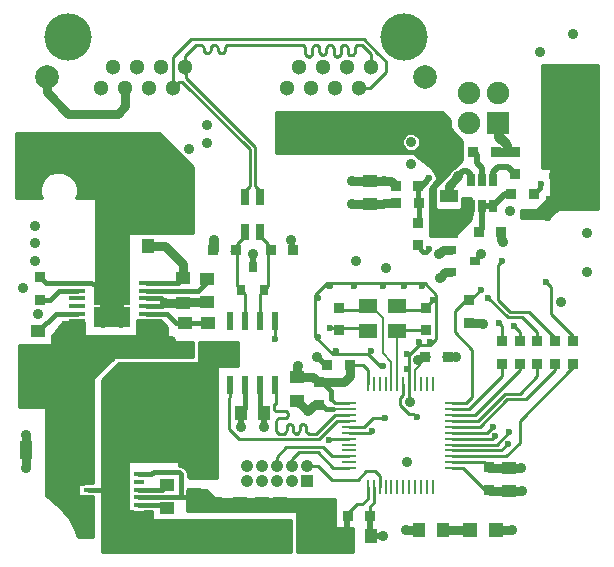
<source format=gbl>
G04 #@! TF.FileFunction,Copper,L4,Bot,Signal*
%FSLAX46Y46*%
G04 Gerber Fmt 4.6, Leading zero omitted, Abs format (unit mm)*
G04 Created by KiCad (PCBNEW 4.0.7-e0-6372~58~ubuntu16.10.1) date Thu Nov  8 17:11:35 2018*
%MOMM*%
%LPD*%
G01*
G04 APERTURE LIST*
%ADD10C,0.150000*%
%ADD11C,1.300000*%
%ADD12C,4.000000*%
%ADD13C,2.000000*%
%ADD14R,3.500000X1.600000*%
%ADD15R,1.250000X1.000000*%
%ADD16R,1.050000X1.050000*%
%ADD17C,1.050000*%
%ADD18R,0.250000X1.300000*%
%ADD19R,1.300000X0.250000*%
%ADD20R,0.800000X0.900000*%
%ADD21R,1.000000X1.300000*%
%ADD22R,0.900000X0.900000*%
%ADD23R,0.600000X1.550000*%
%ADD24R,1.300000X1.000000*%
%ADD25R,0.890000X0.420000*%
%ADD26R,0.825000X0.712500*%
%ADD27R,0.800000X1.400000*%
%ADD28R,1.600000X1.300000*%
%ADD29R,1.000000X1.250000*%
%ADD30R,1.000000X1.600000*%
%ADD31R,1.200000X1.200000*%
%ADD32R,0.650000X1.060000*%
%ADD33R,1.900000X1.900000*%
%ADD34C,1.900000*%
%ADD35R,0.900000X0.800000*%
%ADD36R,1.600000X1.000000*%
%ADD37R,1.500000X1.800000*%
%ADD38R,1.450000X0.450000*%
%ADD39C,0.600000*%
%ADD40C,0.889000*%
%ADD41C,0.254000*%
%ADD42C,0.400000*%
%ADD43C,0.762000*%
%ADD44C,0.508000*%
%ADD45C,0.200000*%
G04 APERTURE END LIST*
D10*
D11*
X14675000Y-8540000D03*
X8585000Y-8540000D03*
X12645000Y-8540000D03*
X10615000Y-8540000D03*
X13655000Y-10320000D03*
X11625000Y-10320000D03*
X9595000Y-10320000D03*
X7565000Y-10320000D03*
D12*
X33225000Y-6000000D03*
D13*
X3000000Y-9430000D03*
D11*
X23315000Y-10320000D03*
X25345000Y-10320000D03*
X27375000Y-10320000D03*
X29405000Y-10320000D03*
X26365000Y-8540000D03*
X28395000Y-8540000D03*
X24335000Y-8540000D03*
X30425000Y-8540000D03*
D12*
X4775000Y-6000000D03*
D13*
X35000000Y-9430000D03*
D14*
X5112689Y-36484010D03*
X10512689Y-36484010D03*
D15*
X16500000Y-28500000D03*
X16500000Y-26500000D03*
X13162689Y-43934010D03*
X13162689Y-45934010D03*
D16*
X25000000Y-43600000D03*
D17*
X23730000Y-43600000D03*
X22460000Y-43600000D03*
X21190000Y-43600000D03*
X19920000Y-43600000D03*
X23730000Y-42330000D03*
X22460000Y-42330000D03*
X21190000Y-42330000D03*
X19920000Y-42330000D03*
X25000000Y-42330000D03*
D18*
X30153748Y-35428821D03*
X30653748Y-35428821D03*
X31153748Y-35428821D03*
X31653748Y-35428821D03*
X32153748Y-35428821D03*
X32653748Y-35428821D03*
X33153748Y-35428821D03*
X33653748Y-35428821D03*
X34153748Y-35428821D03*
X34653748Y-35428821D03*
X35153748Y-35428821D03*
X35653748Y-35428821D03*
D19*
X37253748Y-37028821D03*
X37253748Y-37528821D03*
X37253748Y-38028821D03*
X37253748Y-38528821D03*
X37253748Y-39028821D03*
X37253748Y-39528821D03*
X37253748Y-40028821D03*
X37253748Y-40528821D03*
X37253748Y-41028821D03*
X37253748Y-41528821D03*
X37253748Y-42028821D03*
X37253748Y-42528821D03*
D18*
X35653748Y-44128821D03*
X35153748Y-44128821D03*
X34653748Y-44128821D03*
X34153748Y-44128821D03*
X33653748Y-44128821D03*
X33153748Y-44128821D03*
X32653748Y-44128821D03*
X32153748Y-44128821D03*
X31653748Y-44128821D03*
X31153748Y-44128821D03*
X30653748Y-44128821D03*
X30153748Y-44128821D03*
D19*
X28553748Y-42528821D03*
X28553748Y-42028821D03*
X28553748Y-41528821D03*
X28553748Y-41028821D03*
X28553748Y-40528821D03*
X28553748Y-40028821D03*
X28553748Y-39528821D03*
X28553748Y-39028821D03*
X28553748Y-38528821D03*
X28553748Y-38028821D03*
X28553748Y-37528821D03*
X28553748Y-37028821D03*
D15*
X22750000Y-45500000D03*
X22750000Y-47500000D03*
D20*
X21351421Y-27467208D03*
X19451421Y-27467208D03*
X20401421Y-25467208D03*
D21*
X11550000Y-23750000D03*
X9450000Y-23750000D03*
D22*
X2400000Y-28250000D03*
X2400000Y-26350000D03*
D23*
X22296422Y-35477207D03*
X21026422Y-35477207D03*
X19756422Y-35477207D03*
X18486422Y-35477207D03*
X18486422Y-30077207D03*
X19756422Y-30077207D03*
X21026422Y-30077207D03*
X22296422Y-30077207D03*
D24*
X16600000Y-30250000D03*
X16600000Y-32350000D03*
X14700000Y-32350000D03*
X14700000Y-30250000D03*
X14500000Y-28550000D03*
X14500000Y-26450000D03*
D25*
X6582689Y-46309010D03*
X6582689Y-45659010D03*
X6582689Y-45009010D03*
X6582689Y-44359010D03*
X6582689Y-43709010D03*
X6582689Y-43059010D03*
X10792689Y-43059010D03*
X10792689Y-43709010D03*
X10792689Y-44359010D03*
X10792689Y-45009010D03*
X10792689Y-45659010D03*
X10792689Y-46309010D03*
D26*
X9100189Y-43615260D03*
X9100189Y-44327760D03*
X9100189Y-45040260D03*
X9100189Y-45752760D03*
X8275189Y-43615260D03*
X8275189Y-44327760D03*
X8275189Y-45040260D03*
X8275189Y-45752760D03*
D27*
X20991420Y-22527207D03*
X19791420Y-19527207D03*
X19791420Y-22527207D03*
X20991420Y-19527207D03*
D28*
X32653748Y-30928821D03*
X30153748Y-30928821D03*
X30153748Y-28828821D03*
X32653748Y-28828821D03*
D29*
X28400000Y-48300000D03*
X30400000Y-48300000D03*
D15*
X17212689Y-47484010D03*
X17212689Y-45484010D03*
X15412689Y-42684010D03*
X15412689Y-44684010D03*
D30*
X6512689Y-41034010D03*
X9512689Y-41034010D03*
X4250000Y-41000000D03*
X1250000Y-41000000D03*
D15*
X24200000Y-34800000D03*
X24200000Y-36800000D03*
X42100000Y-44500000D03*
X42100000Y-42500000D03*
X21200000Y-45500000D03*
X21200000Y-47500000D03*
D29*
X19400000Y-37850000D03*
X21400000Y-37850000D03*
D15*
X19350000Y-45500000D03*
X19350000Y-47500000D03*
X30350000Y-20200000D03*
X30350000Y-18200000D03*
D31*
X38800000Y-47800000D03*
X41000000Y-47800000D03*
D21*
X36550000Y-47800000D03*
X34450000Y-47800000D03*
D32*
X40750000Y-20300000D03*
X39800000Y-20300000D03*
X38850000Y-20300000D03*
X38850000Y-18100000D03*
X40750000Y-18100000D03*
X39800000Y-18100000D03*
D22*
X41450000Y-22500000D03*
X39550000Y-22500000D03*
X42300000Y-19300000D03*
X44200000Y-19300000D03*
X42650000Y-15750000D03*
X42650000Y-17650000D03*
X41000000Y-15750000D03*
X39100000Y-15750000D03*
D33*
X41200000Y-13300000D03*
D34*
X38700000Y-13300000D03*
X41200000Y-10800000D03*
X38700000Y-10800000D03*
D35*
X37200000Y-25950000D03*
X37200000Y-24050000D03*
X39200000Y-25000000D03*
D22*
X32550000Y-20100000D03*
X34450000Y-20100000D03*
X34430000Y-18620000D03*
X32530000Y-18620000D03*
X34400000Y-23650000D03*
X34400000Y-21750000D03*
X38750000Y-30200000D03*
X38750000Y-28300000D03*
X35100000Y-28950000D03*
X35100000Y-30850000D03*
X27703747Y-30828822D03*
X27703747Y-28928822D03*
X28450000Y-46600000D03*
X30350000Y-46600000D03*
X26000000Y-35250000D03*
X26000000Y-37150000D03*
X35028748Y-33128823D03*
X36928748Y-33128823D03*
X40400000Y-44350000D03*
X40400000Y-42450000D03*
X28628747Y-33753820D03*
X26728747Y-33753820D03*
X21916421Y-24077207D03*
X23816421Y-24077207D03*
X18966421Y-24077207D03*
X17066421Y-24077207D03*
X6562689Y-47784009D03*
X8462689Y-47784009D03*
X44500000Y-33700000D03*
X44500000Y-31800000D03*
X46000000Y-33700000D03*
X46000000Y-31800000D03*
X41500000Y-33700000D03*
X41500000Y-31800000D03*
X43000000Y-33700000D03*
X43000000Y-31800000D03*
X47500000Y-33700000D03*
X47500000Y-31800000D03*
D36*
X37000000Y-22500000D03*
X37000000Y-19500000D03*
D24*
X2250000Y-33050000D03*
X2250000Y-30950000D03*
D37*
X9250000Y-29700000D03*
X7750000Y-29700000D03*
X7750000Y-27900000D03*
D38*
X11450000Y-26850000D03*
X11450000Y-27500000D03*
X11450000Y-28150000D03*
X11450000Y-28800000D03*
X11450000Y-29450000D03*
X11450000Y-30100000D03*
X11450000Y-30750000D03*
X5550000Y-30750000D03*
X5550000Y-30100000D03*
X5550000Y-29450000D03*
X5550000Y-28800000D03*
X5550000Y-28150000D03*
X5550000Y-27500000D03*
X5550000Y-26850000D03*
D37*
X9250000Y-27900000D03*
D39*
X34300000Y-38200000D03*
D40*
X2000000Y-25000000D03*
X2000000Y-23500000D03*
X15500000Y-41750000D03*
X2250000Y-29500000D03*
X1000000Y-27250000D03*
X2000000Y-22000000D03*
X12950000Y-28550000D03*
X17091421Y-23177209D03*
X16500000Y-15000000D03*
D39*
X45250000Y-8750000D03*
D40*
X44750000Y-7250000D03*
D39*
X49200000Y-20200000D03*
X49200000Y-10600000D03*
X45200000Y-11800000D03*
D40*
X45300000Y-13300000D03*
X41600000Y-23400000D03*
X37800000Y-17800000D03*
X31500000Y-18200000D03*
X48700000Y-25950000D03*
X48700000Y-22600000D03*
X21400000Y-39000000D03*
X16500000Y-13500000D03*
X33500000Y-42000000D03*
X1250000Y-42500000D03*
X1250000Y-39750000D03*
X17250000Y-48750000D03*
X19400000Y-48800000D03*
X21200000Y-48800000D03*
X22800000Y-48800000D03*
X18600000Y-33000000D03*
X42400000Y-47800000D03*
X15000000Y-15500000D03*
X28850000Y-18200000D03*
X29150000Y-25000000D03*
X31700000Y-25600000D03*
X42200000Y-20750000D03*
D39*
X35700000Y-28300000D03*
D40*
X33700000Y-36900000D03*
X31400000Y-48300000D03*
X25075000Y-37700000D03*
X36250000Y-26400000D03*
X43100000Y-42500000D03*
X37580000Y-33120000D03*
X33830000Y-14930000D03*
D39*
X25953745Y-28128822D03*
X26953746Y-27128821D03*
D40*
X15762689Y-47534010D03*
X13262689Y-47534010D03*
X11012690Y-47284010D03*
X9262689Y-47784010D03*
X10762689Y-41034010D03*
X8262689Y-41784010D03*
X12262689Y-35034010D03*
X10762689Y-35034010D03*
X9262690Y-35034009D03*
X12262689Y-38034009D03*
X10762689Y-38034009D03*
X9262690Y-38034010D03*
D39*
X9312690Y-43384010D03*
X8112690Y-43384010D03*
X8112689Y-45584009D03*
X9312690Y-45584010D03*
D40*
X8712689Y-44584010D03*
D39*
X26953746Y-30628823D03*
D40*
X25853747Y-33078823D03*
D39*
X33453747Y-34128820D03*
X33453746Y-32878821D03*
X34453748Y-31878821D03*
X35453747Y-31878821D03*
X34703747Y-27128820D03*
X33203747Y-27128822D03*
X31453747Y-27128822D03*
X28953747Y-27128820D03*
X25953745Y-31378819D03*
X27453747Y-32628823D03*
X30453745Y-32628822D03*
X31453746Y-33878822D03*
D40*
X23691421Y-23177207D03*
X20391422Y-24377207D03*
D39*
X45750000Y-17750000D03*
X45400000Y-21350000D03*
X45500000Y-19750000D03*
X31600000Y-38300000D03*
X30475000Y-39400000D03*
X22275000Y-31575000D03*
D40*
X47500000Y-5750000D03*
X46500000Y-28500000D03*
X19400000Y-39000000D03*
X33400000Y-47800000D03*
X26500000Y-49000000D03*
X25000000Y-46000000D03*
X26500000Y-46000000D03*
X26500000Y-47500000D03*
X25000000Y-47500000D03*
X25000000Y-49000000D03*
X28850000Y-20200000D03*
X27400000Y-48300000D03*
X24250000Y-33875000D03*
X36200000Y-24400000D03*
X39900000Y-30300000D03*
X43200000Y-44500000D03*
X34430000Y-33340000D03*
X33820000Y-16800000D03*
X13500000Y-31750000D03*
X13500000Y-32750000D03*
X8500000Y-23750000D03*
X7750000Y-30250000D03*
D13*
X8500000Y-28750000D03*
D40*
X9250000Y-30250000D03*
X9250000Y-27250000D03*
X7750000Y-27250000D03*
D39*
X26900000Y-40100000D03*
X44800000Y-18500000D03*
D40*
X39700000Y-24400000D03*
D39*
X39700000Y-27400000D03*
X40750000Y-39000000D03*
X40900000Y-39800000D03*
X35350000Y-17950000D03*
X35300000Y-24000000D03*
X42100000Y-39500000D03*
X42000000Y-40500000D03*
X40350000Y-28100000D03*
X41500000Y-25000000D03*
X41250000Y-30250000D03*
X42500000Y-30500000D03*
X45250000Y-26750000D03*
D40*
X26000000Y-15000000D03*
X24500000Y-14000000D03*
X23250000Y-15000000D03*
D41*
X34300000Y-38200000D02*
X34000000Y-37900000D01*
X33600000Y-37900000D02*
X33500000Y-37800000D01*
X34000000Y-37900000D02*
X33600000Y-37900000D01*
X33153748Y-35428821D02*
X33153748Y-36346252D01*
X32900000Y-37200000D02*
X33500000Y-37800000D01*
X32900000Y-36600000D02*
X32900000Y-37200000D01*
X33153748Y-36346252D02*
X32900000Y-36600000D01*
X28553748Y-42528821D02*
X27228821Y-42528821D01*
X23730000Y-41770000D02*
X23730000Y-42330000D01*
X24300000Y-41200000D02*
X23730000Y-41770000D01*
X25900000Y-41200000D02*
X24300000Y-41200000D01*
X27228821Y-42528821D02*
X25900000Y-41200000D01*
X25000000Y-42330000D02*
X25930000Y-42330000D01*
X31153748Y-43153748D02*
X31153748Y-44128821D01*
X30800000Y-42800000D02*
X31153748Y-43153748D01*
X30000000Y-42800000D02*
X30800000Y-42800000D01*
X29300000Y-43500000D02*
X30000000Y-42800000D01*
X27100000Y-43500000D02*
X29300000Y-43500000D01*
X25930000Y-42330000D02*
X27100000Y-43500000D01*
X22460000Y-42330000D02*
X22460000Y-41540000D01*
X27128821Y-41528821D02*
X28553748Y-41528821D01*
X26345998Y-40745998D02*
X27128821Y-41528821D01*
X23254002Y-40745998D02*
X26345998Y-40745998D01*
X22460000Y-41540000D02*
X23254002Y-40745998D01*
D42*
X15412689Y-42684010D02*
X15412689Y-41837311D01*
X15412689Y-41837311D02*
X15500000Y-41750000D01*
X12700000Y-28800000D02*
X11450000Y-28800000D01*
D43*
X14500000Y-28550000D02*
X12950000Y-28550000D01*
X16500000Y-28500000D02*
X14550000Y-28500000D01*
X14550000Y-28500000D02*
X14500000Y-28550000D01*
X17091421Y-23177209D02*
X17091421Y-24052207D01*
X17091421Y-24052207D02*
X17066421Y-24077207D01*
X17066421Y-24077207D02*
X17066421Y-23202209D01*
X17066421Y-23202209D02*
X17091421Y-23177209D01*
D44*
X17091421Y-23177209D02*
X17091421Y-24177208D01*
D42*
X11450000Y-28150000D02*
X12650000Y-28150000D01*
X12650000Y-28150000D02*
X13000000Y-28500000D01*
X12700000Y-28800000D02*
X13000000Y-28500000D01*
D43*
X41450000Y-22500000D02*
X41450000Y-23250000D01*
X41450000Y-23250000D02*
X41600000Y-23400000D01*
D44*
X38850000Y-18100000D02*
X38850000Y-17700000D01*
X38850000Y-17700000D02*
X38550000Y-17400000D01*
X38550000Y-17400000D02*
X38200000Y-17400000D01*
X38200000Y-17400000D02*
X37800000Y-17800000D01*
D43*
X37000000Y-19500000D02*
X37000000Y-18600000D01*
X37000000Y-18600000D02*
X37800000Y-17800000D01*
X31500000Y-18200000D02*
X32110000Y-18200000D01*
X32110000Y-18200000D02*
X32530000Y-18620000D01*
X30350000Y-18200000D02*
X31500000Y-18200000D01*
D44*
X21400000Y-39000000D02*
X21400000Y-37800000D01*
D43*
X1250000Y-41000000D02*
X1250000Y-42500000D01*
X1250000Y-41000000D02*
X1250000Y-39750000D01*
D42*
X17212689Y-47484010D02*
X17212689Y-48712689D01*
X17212689Y-48712689D02*
X17250000Y-48750000D01*
X19350000Y-47500000D02*
X19350000Y-48750000D01*
X19350000Y-48750000D02*
X19400000Y-48800000D01*
X21200000Y-47500000D02*
X21200000Y-48800000D01*
X22750000Y-47500000D02*
X22750000Y-48750000D01*
X22750000Y-48750000D02*
X22800000Y-48800000D01*
X21026422Y-35477207D02*
X21026422Y-37426422D01*
X21026422Y-37426422D02*
X21400000Y-37800000D01*
D43*
X41000000Y-47800000D02*
X42400000Y-47800000D01*
X30350000Y-18200000D02*
X28850000Y-18200000D01*
X32110000Y-18200000D02*
X32530000Y-18620000D01*
D41*
X35100000Y-28950000D02*
X35100000Y-28900000D01*
X35100000Y-28900000D02*
X35700000Y-28300000D01*
X33653748Y-35428821D02*
X33653748Y-36853748D01*
X33653748Y-36853748D02*
X33700000Y-36900000D01*
D44*
X30350000Y-46600000D02*
X30350000Y-48250000D01*
X30350000Y-48250000D02*
X30400000Y-48300000D01*
X30400000Y-48300000D02*
X31400000Y-48300000D01*
D41*
X30350000Y-46600000D02*
X30350000Y-45750000D01*
X30653748Y-45446252D02*
X30653748Y-44128821D01*
X30350000Y-45750000D02*
X30653748Y-45446252D01*
D43*
X26000000Y-37150000D02*
X25625000Y-37150000D01*
X25625000Y-37150000D02*
X25075000Y-37700000D01*
X24200000Y-36800000D02*
X24200000Y-36825000D01*
X24200000Y-36825000D02*
X25075000Y-37700000D01*
X37200000Y-25950000D02*
X36700000Y-25950000D01*
X36700000Y-25950000D02*
X36250000Y-26400000D01*
X42100000Y-42500000D02*
X43100000Y-42500000D01*
X42100000Y-42500000D02*
X40450000Y-42500000D01*
X40450000Y-42500000D02*
X40400000Y-42450000D01*
D41*
X37253748Y-42028821D02*
X39978821Y-42028821D01*
X39978821Y-42028821D02*
X40400000Y-42450000D01*
D44*
X36728748Y-33128823D02*
X37561177Y-33138823D01*
X37561177Y-33138823D02*
X37580000Y-33120000D01*
D42*
X24350000Y-36950000D02*
X24200000Y-36800000D01*
X27200000Y-37528821D02*
X26578821Y-37528821D01*
X26578821Y-37528821D02*
X26000000Y-36950000D01*
D45*
X28553748Y-37528821D02*
X27200000Y-37528821D01*
X26578821Y-37528821D02*
X26000000Y-36950000D01*
D43*
X8262689Y-47784009D02*
X9262689Y-47784010D01*
X11262689Y-47534010D02*
X13262689Y-47534010D01*
X11012690Y-47284010D02*
X11262689Y-47534010D01*
X9012690Y-41034010D02*
X10762689Y-41034010D01*
X10762689Y-41034010D02*
X9512689Y-41034010D01*
X9012690Y-41034010D02*
X8262689Y-41784010D01*
X10512690Y-36484010D02*
X10512690Y-36284009D01*
X10512690Y-36284009D02*
X9262690Y-35034009D01*
X10762689Y-35034010D02*
X12262689Y-35034010D01*
X10512690Y-36484010D02*
X10712689Y-36484009D01*
X10712689Y-36484009D02*
X12262689Y-38034009D01*
X10762689Y-38034009D02*
X9262690Y-38034010D01*
X9312690Y-43384010D02*
X9081440Y-43615260D01*
X9081440Y-43615260D02*
X9100189Y-43615260D01*
X8112690Y-43384010D02*
X8275189Y-43546510D01*
X8275189Y-43546510D02*
X8275189Y-43615260D01*
X8112689Y-45584009D02*
X8275189Y-45746509D01*
X8275189Y-45746509D02*
X8275189Y-45752760D01*
X9312690Y-45584010D02*
X9143939Y-45752760D01*
X9143939Y-45752760D02*
X9100189Y-45752760D01*
X8712689Y-44584010D02*
X8968940Y-44327760D01*
X8968940Y-44327760D02*
X8900189Y-44327760D01*
D41*
X27703747Y-30628821D02*
X27203748Y-30628821D01*
X27203748Y-30628821D02*
X26953746Y-30628823D01*
X27703747Y-30628821D02*
X29853748Y-30628820D01*
X29853748Y-30628820D02*
X30153748Y-30928821D01*
X35203747Y-29128822D02*
X32953746Y-29128822D01*
X32953746Y-29128822D02*
X32653746Y-28828822D01*
D42*
X6582689Y-44359010D02*
X8243939Y-44359010D01*
X8243939Y-44359010D02*
X8275189Y-44327760D01*
D43*
X15187689Y-42684009D02*
X15162690Y-42684009D01*
X15162690Y-42684009D02*
X13762690Y-41284009D01*
D44*
X26903746Y-33828821D02*
X26603746Y-33828821D01*
X26603746Y-33828821D02*
X25853747Y-33078823D01*
D41*
X33653747Y-34128820D02*
X33453747Y-34128820D01*
X33703748Y-32878820D02*
X33453746Y-32878821D01*
X34453745Y-32128820D02*
X34453748Y-31878821D01*
X35703746Y-31878821D02*
X35453747Y-31878821D01*
X35203747Y-29128822D02*
X35203747Y-28878823D01*
X34953748Y-26878821D02*
X34703747Y-27128820D01*
X33203747Y-26878823D02*
X33203747Y-27128822D01*
X31453746Y-26878821D02*
X31453747Y-27128822D01*
X28953747Y-26878821D02*
X28953747Y-27128820D01*
X26453748Y-27128821D02*
X26953746Y-27128821D01*
X25703746Y-27878823D02*
X25953745Y-28128822D01*
X25703747Y-31378821D02*
X25953745Y-31378819D01*
X27203748Y-32878821D02*
X27453747Y-32628823D01*
X30203746Y-32878821D02*
X30453745Y-32628822D01*
X33653746Y-32928824D02*
X33703748Y-32878820D01*
X33703748Y-32878820D02*
X34453745Y-32128820D01*
X34453745Y-32128820D02*
X35453747Y-32128820D01*
X35453747Y-32128820D02*
X35703746Y-31878821D01*
X35703746Y-31878821D02*
X35953747Y-31628822D01*
X35953747Y-31628822D02*
X35953747Y-28378820D01*
X35953747Y-28378820D02*
X35953746Y-27878821D01*
X35953746Y-27878821D02*
X34953748Y-26878821D01*
X34953748Y-26878821D02*
X33203747Y-26878823D01*
X33203747Y-26878823D02*
X31453746Y-26878821D01*
X31453746Y-26878821D02*
X28953747Y-26878821D01*
X28953747Y-26878821D02*
X26703747Y-26878822D01*
X26703747Y-26878822D02*
X26453748Y-27128821D01*
X26453748Y-27128821D02*
X25703746Y-27878823D01*
X25703746Y-27878823D02*
X25703747Y-31378821D01*
X25703747Y-31378821D02*
X27203748Y-32878821D01*
X27203748Y-32878821D02*
X30203746Y-32878821D01*
X30203746Y-32878821D02*
X31203747Y-33878822D01*
X31453746Y-33878822D02*
X31203747Y-33878822D01*
X33653746Y-32928824D02*
X33653747Y-34128820D01*
X33653747Y-34128820D02*
X33653746Y-35428823D01*
D44*
X23716421Y-24177208D02*
X23716421Y-23202208D01*
X23716421Y-23202208D02*
X23691421Y-23177207D01*
X20401421Y-25467209D02*
X20401421Y-24387208D01*
X20401421Y-24387208D02*
X20391422Y-24377207D01*
D41*
X22296422Y-35477207D02*
X22400000Y-35580785D01*
X23721459Y-38864246D02*
X23765003Y-38907790D01*
X22400000Y-35580785D02*
X22400000Y-37000000D01*
X22257427Y-37632541D02*
X22266362Y-37646761D01*
X22400000Y-37000000D02*
X22398119Y-37016689D01*
X23825000Y-39079249D02*
X23825000Y-39325000D01*
X23171459Y-39540004D02*
X23215003Y-39496460D01*
X22308310Y-37076880D02*
X22292458Y-37082427D01*
X23302233Y-38959931D02*
X23334996Y-38907790D01*
X22251880Y-37616689D02*
X22257427Y-37632541D01*
X22398119Y-37016689D02*
X22392572Y-37032541D01*
X24925000Y-39079249D02*
X24925000Y-39325000D01*
X23166757Y-38267478D02*
X23100000Y-38275000D01*
X22392572Y-37032541D02*
X22383637Y-37046761D01*
X23550000Y-38804249D02*
X23611193Y-38811144D01*
X22250000Y-37600000D02*
X22251880Y-37616689D01*
X22292458Y-37082427D02*
X22278238Y-37091362D01*
X22383637Y-37046761D02*
X22371761Y-37058637D01*
X23797766Y-38959931D02*
X23818105Y-39018056D01*
X24161193Y-39593106D02*
X24219318Y-39572767D01*
X23400000Y-37975000D02*
X23392479Y-38041756D01*
X27371179Y-38028821D02*
X28553748Y-38028821D01*
X23281894Y-39018056D02*
X23302233Y-38959931D01*
X22371761Y-37058637D02*
X22357541Y-37067572D01*
X22357541Y-37067572D02*
X22341689Y-37073119D01*
X23287047Y-38209549D02*
X23230166Y-38245290D01*
X22250000Y-37150000D02*
X22250000Y-37600000D01*
X24368105Y-39386194D02*
X24375000Y-39325000D01*
X24478540Y-38864246D02*
X24530681Y-38831483D01*
X22257427Y-37117458D02*
X22251880Y-37133310D01*
X22341689Y-37073119D02*
X22308310Y-37076880D01*
X22308310Y-37673119D02*
X22325000Y-37675000D01*
X24769318Y-38831483D02*
X24821459Y-38864246D01*
X22278238Y-37091362D02*
X22266362Y-37103238D01*
X22266362Y-37103238D02*
X22257427Y-37117458D01*
X22400000Y-39400000D02*
X22600000Y-39600000D01*
X22251880Y-37133310D02*
X22250000Y-37150000D01*
X24865003Y-38907790D02*
X24897766Y-38959931D01*
X23370291Y-37844834D02*
X23392479Y-37908243D01*
X23247766Y-39444319D02*
X23268105Y-39386194D01*
X22266362Y-37646761D02*
X22278238Y-37658637D01*
X22278238Y-37658637D02*
X22292458Y-37667572D01*
X24402233Y-38959931D02*
X24434996Y-38907790D01*
X22292458Y-37667572D02*
X22308310Y-37673119D01*
X23100000Y-37675000D02*
X23166757Y-37682521D01*
X24925000Y-39325000D02*
X24931894Y-39386194D01*
X24952233Y-39444319D02*
X24984996Y-39496460D01*
X22325000Y-37675000D02*
X23100000Y-37675000D01*
X23230166Y-37704709D02*
X23287047Y-37740450D01*
X23166757Y-37682521D02*
X23230166Y-37704709D01*
X23287047Y-37740450D02*
X23334550Y-37787953D01*
X23334550Y-37787953D02*
X23370291Y-37844834D01*
X23669318Y-38831483D02*
X23721459Y-38864246D01*
X24381894Y-39018056D02*
X24402233Y-38959931D01*
X22465451Y-38387953D02*
X22429710Y-38444834D01*
X23370291Y-38105165D02*
X23334550Y-38162046D01*
X23392479Y-37908243D02*
X23400000Y-37975000D01*
X23980681Y-39572767D02*
X24038806Y-39593106D01*
X25028540Y-39540004D02*
X25080681Y-39572767D01*
X23392479Y-38041756D02*
X23370291Y-38105165D01*
X25800000Y-39600000D02*
X27371179Y-38028821D01*
X22633244Y-38282521D02*
X22569835Y-38304709D01*
X23334550Y-38162046D02*
X23287047Y-38209549D01*
X23230166Y-38245290D02*
X23166757Y-38267478D01*
X24931894Y-39386194D02*
X24952233Y-39444319D01*
X23100000Y-38275000D02*
X22700000Y-38275000D01*
X22429710Y-38444834D02*
X22407522Y-38508243D01*
X22700000Y-38275000D02*
X22633244Y-38282521D01*
X22569835Y-38304709D02*
X22512954Y-38340450D01*
X22512954Y-38340450D02*
X22465451Y-38387953D01*
X24347766Y-39444319D02*
X24368105Y-39386194D01*
X23275000Y-39079249D02*
X23281894Y-39018056D01*
X22407522Y-38508243D02*
X22400000Y-38575000D01*
X23275000Y-39325000D02*
X23275000Y-39079249D01*
X23765003Y-38907790D02*
X23797766Y-38959931D01*
X24219318Y-39572767D02*
X24271459Y-39540004D01*
X25080681Y-39572767D02*
X25138806Y-39593106D01*
X22400000Y-38575000D02*
X22400000Y-39400000D01*
X22600000Y-39600000D02*
X23000000Y-39600000D01*
X23430681Y-38831483D02*
X23488806Y-38811144D01*
X23000000Y-39600000D02*
X23061193Y-39593106D01*
X23488806Y-38811144D02*
X23550000Y-38804249D01*
X23061193Y-39593106D02*
X23119318Y-39572767D01*
X23119318Y-39572767D02*
X23171459Y-39540004D01*
X23215003Y-39496460D02*
X23247766Y-39444319D01*
X23268105Y-39386194D02*
X23275000Y-39325000D01*
X23611193Y-38811144D02*
X23669318Y-38831483D01*
X23334996Y-38907790D02*
X23378540Y-38864246D01*
X23378540Y-38864246D02*
X23430681Y-38831483D01*
X23818105Y-39018056D02*
X23825000Y-39079249D01*
X23825000Y-39325000D02*
X23831894Y-39386194D01*
X24650000Y-38804249D02*
X24711193Y-38811144D01*
X23831894Y-39386194D02*
X23852233Y-39444319D01*
X23852233Y-39444319D02*
X23884996Y-39496460D01*
X23884996Y-39496460D02*
X23928540Y-39540004D01*
X23928540Y-39540004D02*
X23980681Y-39572767D01*
X24038806Y-39593106D02*
X24100000Y-39600000D01*
X24100000Y-39600000D02*
X24161193Y-39593106D01*
X24271459Y-39540004D02*
X24315003Y-39496460D01*
X24315003Y-39496460D02*
X24347766Y-39444319D01*
X24375000Y-39325000D02*
X24375000Y-39079249D01*
X24434996Y-38907790D02*
X24478540Y-38864246D01*
X24375000Y-39079249D02*
X24381894Y-39018056D01*
X24530681Y-38831483D02*
X24588806Y-38811144D01*
X24588806Y-38811144D02*
X24650000Y-38804249D01*
X24711193Y-38811144D02*
X24769318Y-38831483D01*
X24821459Y-38864246D02*
X24865003Y-38907790D01*
X24897766Y-38959931D02*
X24918105Y-39018056D01*
X24918105Y-39018056D02*
X24925000Y-39079249D01*
X24984996Y-39496460D02*
X25028540Y-39540004D01*
X25138806Y-39593106D02*
X25200000Y-39600000D01*
X25200000Y-39600000D02*
X25800000Y-39600000D01*
X22400000Y-35580785D02*
X22296422Y-35477207D01*
X18486422Y-35477207D02*
X18486422Y-36513578D01*
X27513235Y-38528821D02*
X28553748Y-38528821D01*
X25988054Y-40054002D02*
X27513235Y-38528821D01*
X19254002Y-40054002D02*
X25988054Y-40054002D01*
X18400000Y-39200000D02*
X19254002Y-40054002D01*
X18400000Y-36600000D02*
X18400000Y-39200000D01*
X18486422Y-36513578D02*
X18400000Y-36600000D01*
X16315450Y-7281270D02*
X16362953Y-7328773D01*
X26350000Y-7529002D02*
X26416756Y-7521481D01*
X16820290Y-7224389D02*
X16842478Y-7160980D01*
X17420290Y-6848836D02*
X17442478Y-6912245D01*
X28562953Y-7513552D02*
X28619834Y-7549293D01*
X25750000Y-6679002D02*
X25816756Y-6686524D01*
X18042478Y-7160980D02*
X18050000Y-7094224D01*
X16850000Y-7094224D02*
X16850000Y-6979002D01*
X14675000Y-8540000D02*
X14675000Y-7625000D01*
X16362953Y-7328773D02*
X16419834Y-7364514D01*
X25479709Y-6848837D02*
X25515450Y-6791956D01*
X18162953Y-6744452D02*
X18219834Y-6708711D01*
X25880165Y-6708712D02*
X25937046Y-6744453D01*
X14675000Y-7625000D02*
X15620998Y-6679002D01*
X17750000Y-7394224D02*
X17816756Y-7386702D01*
X15620998Y-6679002D02*
X15950000Y-6679002D01*
X17280165Y-6708711D02*
X17337046Y-6744452D01*
X27680165Y-7649293D02*
X27737046Y-7613552D01*
X17816756Y-7386702D02*
X17880165Y-7364514D01*
X16016756Y-6686523D02*
X16080165Y-6708711D01*
X27915450Y-6791956D02*
X27962953Y-6744453D01*
X17937046Y-7328773D02*
X17984549Y-7281270D01*
X28384549Y-6791956D02*
X28420290Y-6848837D01*
X15950000Y-6679002D02*
X16016756Y-6686523D01*
X24879709Y-7509168D02*
X24915450Y-7566049D01*
X17216756Y-6686523D02*
X17280165Y-6708711D01*
X26883243Y-6686524D02*
X26950000Y-6679002D01*
X16080165Y-6708711D02*
X16137046Y-6744452D01*
X27962953Y-6744453D02*
X28019834Y-6708712D01*
X24857521Y-7445759D02*
X24879709Y-7509168D01*
X24680165Y-6708712D02*
X24737046Y-6744453D01*
X26584549Y-7416049D02*
X26620290Y-7359168D01*
X18115450Y-6791955D02*
X18162953Y-6744452D01*
X16616756Y-7386702D02*
X16680165Y-7364514D01*
X16550000Y-7394224D02*
X16616756Y-7386702D01*
X27257521Y-7445759D02*
X27279709Y-7509168D01*
X16137046Y-6744452D02*
X16184549Y-6791955D01*
X18283243Y-6686523D02*
X18350000Y-6679002D01*
X16279709Y-7224389D02*
X16315450Y-7281270D01*
X24820290Y-6848837D02*
X24842478Y-6912246D01*
X16419834Y-7364514D02*
X16483243Y-7386702D01*
X16184549Y-6791955D02*
X16220290Y-6848836D01*
X26050000Y-6979002D02*
X26050000Y-7229002D01*
X16737046Y-7328773D02*
X16784549Y-7281270D01*
X16220290Y-6848836D02*
X16242478Y-6912245D01*
X17442478Y-6912245D02*
X17450000Y-6979002D01*
X17683243Y-7386702D02*
X17750000Y-7394224D01*
X16250000Y-6979002D02*
X16250000Y-7094224D01*
X16242478Y-6912245D02*
X16250000Y-6979002D01*
X25457521Y-6912246D02*
X25479709Y-6848837D01*
X25619834Y-6708712D02*
X25683243Y-6686524D01*
X16250000Y-7094224D02*
X16257521Y-7160980D01*
X16257521Y-7160980D02*
X16279709Y-7224389D01*
X25450000Y-6979002D02*
X25457521Y-6912246D01*
X16483243Y-7386702D02*
X16550000Y-7394224D01*
X25984549Y-6791956D02*
X26020290Y-6848837D01*
X28019834Y-6708712D02*
X28083243Y-6686524D01*
X16680165Y-7364514D02*
X16737046Y-7328773D01*
X16784549Y-7281270D02*
X16820290Y-7224389D01*
X26079709Y-7359168D02*
X26115450Y-7416049D01*
X16842478Y-7160980D02*
X16850000Y-7094224D01*
X25683243Y-6686524D02*
X25750000Y-6679002D01*
X17384549Y-6791955D02*
X17420290Y-6848836D01*
X25450000Y-7379002D02*
X25450000Y-6979002D01*
X16850000Y-6979002D02*
X16857521Y-6912245D01*
X16857521Y-6912245D02*
X16879709Y-6848836D01*
X16879709Y-6848836D02*
X16915450Y-6791955D01*
X28619834Y-7549293D02*
X28683243Y-7571481D01*
X29020290Y-7409168D02*
X29042478Y-7345759D01*
X26819834Y-6708712D02*
X26883243Y-6686524D01*
X16915450Y-6791955D02*
X16962953Y-6744452D01*
X26020290Y-6848837D02*
X26042478Y-6912246D01*
X18057521Y-6912245D02*
X18079709Y-6848836D01*
X26042478Y-6912246D02*
X26050000Y-6979002D01*
X16962953Y-6744452D02*
X17019834Y-6708711D01*
X27080165Y-6708712D02*
X27137046Y-6744453D01*
X17019834Y-6708711D02*
X17083243Y-6686523D01*
X17083243Y-6686523D02*
X17150000Y-6679002D01*
X26620290Y-7359168D02*
X26642478Y-7295759D01*
X25562953Y-6744453D02*
X25619834Y-6708712D01*
X17150000Y-6679002D02*
X17216756Y-6686523D01*
X18050000Y-6979002D02*
X18057521Y-6912245D01*
X17450000Y-7094224D02*
X17457521Y-7160980D01*
X28880165Y-7549293D02*
X28937046Y-7513552D01*
X17479709Y-7224389D02*
X17515450Y-7281270D01*
X29050000Y-6979002D02*
X29057521Y-6912246D01*
X17337046Y-6744452D02*
X17384549Y-6791955D01*
X17450000Y-6979002D02*
X17450000Y-7094224D01*
X24737046Y-6744453D02*
X24784549Y-6791956D01*
X17457521Y-7160980D02*
X17479709Y-7224389D01*
X17515450Y-7281270D02*
X17562953Y-7328773D01*
X28683243Y-7571481D02*
X28750000Y-7579002D01*
X29636946Y-6679002D02*
X30425000Y-7467056D01*
X17619834Y-7364514D02*
X17683243Y-7386702D01*
X26480165Y-7499293D02*
X26537046Y-7463552D01*
X17562953Y-7328773D02*
X17619834Y-7364514D01*
X17880165Y-7364514D02*
X17937046Y-7328773D01*
X24784549Y-6791956D02*
X24820290Y-6848837D01*
X17984549Y-7281270D02*
X18020290Y-7224389D01*
X30425000Y-7467056D02*
X30425000Y-8540000D01*
X18020290Y-7224389D02*
X18042478Y-7160980D01*
X18050000Y-7094224D02*
X18050000Y-6979002D01*
X27137046Y-6744453D02*
X27184549Y-6791956D01*
X18079709Y-6848836D02*
X18115450Y-6791955D01*
X25515450Y-6791956D02*
X25562953Y-6744453D01*
X18219834Y-6708711D02*
X18283243Y-6686523D01*
X29283243Y-6686524D02*
X29350000Y-6679002D01*
X18350000Y-6679002D02*
X24550000Y-6679002D01*
X24616756Y-6686524D02*
X24680165Y-6708712D01*
X24550000Y-6679002D02*
X24616756Y-6686524D01*
X24842478Y-6912246D02*
X24850000Y-6979002D01*
X24850000Y-6979002D02*
X24850000Y-7379002D01*
X27483243Y-7671481D02*
X27550000Y-7679002D01*
X24850000Y-7379002D02*
X24857521Y-7445759D01*
X25384549Y-7566049D02*
X25420290Y-7509168D01*
X24915450Y-7566049D02*
X24962953Y-7613552D01*
X24962953Y-7613552D02*
X25019834Y-7649293D01*
X25019834Y-7649293D02*
X25083243Y-7671481D01*
X25083243Y-7671481D02*
X25150000Y-7679002D01*
X25150000Y-7679002D02*
X25216756Y-7671481D01*
X25937046Y-6744453D02*
X25984549Y-6791956D01*
X25280165Y-7649293D02*
X25337046Y-7613552D01*
X25216756Y-7671481D02*
X25280165Y-7649293D01*
X26762953Y-6744453D02*
X26819834Y-6708712D01*
X25337046Y-7613552D02*
X25384549Y-7566049D01*
X25420290Y-7509168D02*
X25442478Y-7445759D01*
X27184549Y-6791956D02*
X27220290Y-6848837D01*
X25442478Y-7445759D02*
X25450000Y-7379002D01*
X25816756Y-6686524D02*
X25880165Y-6708712D01*
X26050000Y-7229002D02*
X26057521Y-7295759D01*
X26057521Y-7295759D02*
X26079709Y-7359168D01*
X26115450Y-7416049D02*
X26162953Y-7463552D01*
X26162953Y-7463552D02*
X26219834Y-7499293D01*
X26219834Y-7499293D02*
X26283243Y-7521481D01*
X26283243Y-7521481D02*
X26350000Y-7529002D01*
X26416756Y-7521481D02*
X26480165Y-7499293D01*
X26537046Y-7463552D02*
X26584549Y-7416049D01*
X26642478Y-7295759D02*
X26650000Y-7229002D01*
X26650000Y-6979002D02*
X26657521Y-6912246D01*
X27362953Y-7613552D02*
X27419834Y-7649293D01*
X26650000Y-7229002D02*
X26650000Y-6979002D01*
X26657521Y-6912246D02*
X26679709Y-6848837D01*
X26679709Y-6848837D02*
X26715450Y-6791956D01*
X26715450Y-6791956D02*
X26762953Y-6744453D01*
X26950000Y-6679002D02*
X27016756Y-6686524D01*
X27016756Y-6686524D02*
X27080165Y-6708712D01*
X27220290Y-6848837D02*
X27242478Y-6912246D01*
X27419834Y-7649293D02*
X27483243Y-7671481D01*
X27242478Y-6912246D02*
X27250000Y-6979002D01*
X27250000Y-6979002D02*
X27250000Y-7379002D01*
X29162953Y-6744453D02*
X29219834Y-6708712D01*
X27250000Y-7379002D02*
X27257521Y-7445759D01*
X27279709Y-7509168D02*
X27315450Y-7566049D01*
X27850000Y-6979002D02*
X27857521Y-6912246D01*
X27315450Y-7566049D02*
X27362953Y-7613552D01*
X27737046Y-7613552D02*
X27784549Y-7566049D01*
X27550000Y-7679002D02*
X27616756Y-7671481D01*
X27616756Y-7671481D02*
X27680165Y-7649293D01*
X27784549Y-7566049D02*
X27820290Y-7509168D01*
X29219834Y-6708712D02*
X29283243Y-6686524D01*
X27820290Y-7509168D02*
X27842478Y-7445759D01*
X27842478Y-7445759D02*
X27850000Y-7379002D01*
X27850000Y-7379002D02*
X27850000Y-6979002D01*
X29350000Y-6679002D02*
X29636946Y-6679002D01*
X27857521Y-6912246D02*
X27879709Y-6848837D01*
X27879709Y-6848837D02*
X27915450Y-6791956D01*
X28083243Y-6686524D02*
X28150000Y-6679002D01*
X28150000Y-6679002D02*
X28216756Y-6686524D01*
X28216756Y-6686524D02*
X28280165Y-6708712D01*
X28280165Y-6708712D02*
X28337046Y-6744453D01*
X28337046Y-6744453D02*
X28384549Y-6791956D01*
X28420290Y-6848837D02*
X28442478Y-6912246D01*
X28442478Y-6912246D02*
X28450000Y-6979002D01*
X28450000Y-6979002D02*
X28450000Y-7279002D01*
X28450000Y-7279002D02*
X28457521Y-7345759D01*
X29050000Y-7279002D02*
X29050000Y-6979002D01*
X28457521Y-7345759D02*
X28479709Y-7409168D01*
X28479709Y-7409168D02*
X28515450Y-7466049D01*
X28515450Y-7466049D02*
X28562953Y-7513552D01*
X28750000Y-7579002D02*
X28816756Y-7571481D01*
X28816756Y-7571481D02*
X28880165Y-7549293D01*
X28937046Y-7513552D02*
X28984549Y-7466049D01*
X28984549Y-7466049D02*
X29020290Y-7409168D01*
X29042478Y-7345759D02*
X29050000Y-7279002D01*
X29057521Y-6912246D02*
X29079709Y-6848837D01*
X29079709Y-6848837D02*
X29115450Y-6791956D01*
X29115450Y-6791956D02*
X29162953Y-6744453D01*
X20991420Y-19527207D02*
X20991420Y-19041420D01*
X20991420Y-19041420D02*
X20625000Y-18675000D01*
X14800000Y-9525000D02*
X14800000Y-8665000D01*
X20625000Y-15350000D02*
X14800000Y-9525000D01*
X20625000Y-18675000D02*
X20625000Y-15350000D01*
X14800000Y-8665000D02*
X14675000Y-8540000D01*
X20991420Y-19527207D02*
X20991420Y-19116420D01*
X30425000Y-8132944D02*
X30425000Y-8540000D01*
X20991420Y-19137418D02*
X20991420Y-19527207D01*
X20991420Y-19527207D02*
X20991420Y-19191420D01*
D45*
X20991421Y-19177208D02*
X20991421Y-19527208D01*
D41*
X29405000Y-10320000D02*
X30305000Y-10320000D01*
X31675000Y-8950000D02*
X31675000Y-8600000D01*
X30305000Y-10320000D02*
X31675000Y-8950000D01*
X13655000Y-10320000D02*
X13655000Y-7745000D01*
X13655000Y-7745000D02*
X15175000Y-6225000D01*
X15175000Y-6225000D02*
X29825000Y-6225000D01*
X30937500Y-7337500D02*
X31675000Y-8075000D01*
X29825000Y-6225000D02*
X30937500Y-7337500D01*
X31675000Y-8075000D02*
X31675000Y-8600000D01*
X19791420Y-19527207D02*
X19791420Y-19029578D01*
X19791420Y-19029578D02*
X20170998Y-18650000D01*
X14150000Y-9825000D02*
X13655000Y-10320000D01*
X14457944Y-9825000D02*
X14150000Y-9825000D01*
X20170998Y-15538054D02*
X14457944Y-9825000D01*
X20170998Y-18650000D02*
X20170998Y-15538054D01*
X13655000Y-10320000D02*
X13755000Y-10320000D01*
X19791420Y-18958580D02*
X19791420Y-19527207D01*
X19791420Y-19208580D02*
X19791420Y-19527207D01*
X19791420Y-19527207D02*
X19791420Y-19054578D01*
X19791420Y-19527207D02*
X19791420Y-19204578D01*
D45*
X19491422Y-19227207D02*
X19791422Y-19527208D01*
D43*
X3000000Y-9430000D02*
X3000000Y-10700000D01*
X9595000Y-11905000D02*
X9595000Y-10320000D01*
X9000000Y-12500000D02*
X9595000Y-11905000D01*
X4800000Y-12500000D02*
X9000000Y-12500000D01*
X3000000Y-10700000D02*
X4800000Y-12500000D01*
D41*
X29871179Y-39028821D02*
X30600000Y-38300000D01*
X30600000Y-38300000D02*
X31600000Y-38300000D01*
X28553748Y-39028821D02*
X29871179Y-39028821D01*
X22296422Y-30077207D02*
X22296422Y-31553578D01*
X30346179Y-39528821D02*
X28553748Y-39528821D01*
X30475000Y-39400000D02*
X30346179Y-39528821D01*
X22296422Y-31553578D02*
X22275000Y-31575000D01*
D45*
X22266421Y-30107207D02*
X22296422Y-30077208D01*
D42*
X10792690Y-44359010D02*
X12737689Y-44359010D01*
X12737689Y-44359010D02*
X13162689Y-43934009D01*
X10792690Y-45659010D02*
X12887689Y-45659010D01*
X12887689Y-45659010D02*
X13162689Y-45934010D01*
D44*
X19400000Y-39000000D02*
X19400000Y-37800000D01*
D43*
X34450000Y-47800000D02*
X33400000Y-47800000D01*
X26500000Y-47500000D02*
X26500000Y-46000000D01*
X25000000Y-46000000D02*
X26500000Y-46000000D01*
X26500000Y-47500000D02*
X26500000Y-49000000D01*
X25000000Y-49000000D02*
X25000000Y-47500000D01*
X25000000Y-47500000D02*
X25000000Y-46000000D01*
X24500000Y-45500000D02*
X25000000Y-46000000D01*
X24500000Y-45500000D02*
X22750000Y-45500000D01*
X30350000Y-20200000D02*
X28850000Y-20200000D01*
X32550000Y-20100000D02*
X31500000Y-20100000D01*
X31400000Y-20200000D02*
X30350000Y-20200000D01*
X31500000Y-20100000D02*
X31400000Y-20200000D01*
X21200000Y-45500000D02*
X19350000Y-45500000D01*
X19350000Y-45500000D02*
X17228679Y-45500000D01*
X17228679Y-45500000D02*
X17212689Y-45484010D01*
D44*
X28400000Y-48300000D02*
X27400000Y-48300000D01*
X28400000Y-48300000D02*
X28400000Y-46650000D01*
X28400000Y-46650000D02*
X28450000Y-46600000D01*
D41*
X30153748Y-44128821D02*
X30153748Y-45146252D01*
X29200000Y-45600000D02*
X28450000Y-46350000D01*
X29700000Y-45600000D02*
X29200000Y-45600000D01*
X30153748Y-45146252D02*
X29700000Y-45600000D01*
X28450000Y-46350000D02*
X28450000Y-46600000D01*
D42*
X19756422Y-35477207D02*
X19756422Y-37443578D01*
X19756422Y-37443578D02*
X19400000Y-37800000D01*
X26000000Y-35250000D02*
X26250000Y-35250000D01*
X26250000Y-35250000D02*
X27025000Y-36025000D01*
X27025000Y-36025000D02*
X27025000Y-36650000D01*
D41*
X26250000Y-35250000D02*
X27025000Y-36025000D01*
X27403821Y-37028821D02*
X28553748Y-37028821D01*
X27025000Y-36650000D02*
X27403821Y-37028821D01*
X27025000Y-36025000D02*
X27025000Y-36650000D01*
D43*
X26000000Y-35250000D02*
X28100000Y-35250000D01*
X28628747Y-34721253D02*
X28628747Y-33753820D01*
X28100000Y-35250000D02*
X28628747Y-34721253D01*
X24200000Y-34800000D02*
X25550000Y-34800000D01*
X25550000Y-34800000D02*
X26000000Y-35250000D01*
X24200000Y-34800000D02*
X24200000Y-33925000D01*
X24200000Y-33925000D02*
X24250000Y-33875000D01*
X37200000Y-24050000D02*
X36550000Y-24050000D01*
X36550000Y-24050000D02*
X36200000Y-24400000D01*
X38750000Y-30200000D02*
X39800000Y-30200000D01*
X39800000Y-30200000D02*
X39900000Y-30300000D01*
X42100000Y-44500000D02*
X43200000Y-44500000D01*
D41*
X37253748Y-42528821D02*
X38228821Y-42528821D01*
X38228821Y-42528821D02*
X40050000Y-44350000D01*
X40050000Y-44350000D02*
X40400000Y-44350000D01*
D43*
X42100000Y-44500000D02*
X40550000Y-44500000D01*
X40550000Y-44500000D02*
X40400000Y-44350000D01*
D44*
X35228748Y-33128823D02*
X34651177Y-33118823D01*
X34651177Y-33118823D02*
X34430000Y-33340000D01*
D42*
X10792689Y-43059010D02*
X11837690Y-43059009D01*
X14362689Y-44959009D02*
X14412690Y-45009010D01*
X14362689Y-42988514D02*
X14362689Y-44959009D01*
X14208185Y-42834009D02*
X14362689Y-42988514D01*
X12062690Y-42834009D02*
X14208185Y-42834009D01*
X11837690Y-43059009D02*
X12062690Y-42834009D01*
D41*
X30153746Y-35428821D02*
X30153748Y-34228819D01*
X29753749Y-33828820D02*
X28403746Y-33828820D01*
X30153748Y-34228819D02*
X29753749Y-33828820D01*
D45*
X30153746Y-44128821D02*
X30153748Y-44528821D01*
X34153748Y-35428821D02*
X34153747Y-34178819D01*
X34153747Y-34178819D02*
X35203747Y-33128821D01*
X35203747Y-33128821D02*
X35228746Y-33128821D01*
D43*
X15187689Y-44684010D02*
X16487690Y-44684009D01*
X16487690Y-44684009D02*
X17262689Y-45459010D01*
D42*
X10792689Y-45009010D02*
X14412690Y-45009010D01*
X14412690Y-45009010D02*
X14862689Y-45009010D01*
X14862689Y-45009010D02*
X15187689Y-44684010D01*
D41*
X35100000Y-30850000D02*
X32732569Y-30850000D01*
X32732569Y-30850000D02*
X32653748Y-30928821D01*
X32953748Y-30628820D02*
X32653748Y-30928820D01*
D45*
X32653748Y-35428822D02*
X32653748Y-30928820D01*
D41*
X27703748Y-29128821D02*
X29853746Y-29128822D01*
X29853746Y-29128822D02*
X30153746Y-28828822D01*
D45*
X32153748Y-35428821D02*
X32153750Y-33528820D01*
X31403746Y-29778820D02*
X30453747Y-28828820D01*
X31403749Y-32778821D02*
X31403746Y-29778820D01*
X32153750Y-33528820D02*
X31403749Y-32778821D01*
X30453747Y-28828820D02*
X30153746Y-28828822D01*
D42*
X11450000Y-27500000D02*
X15750000Y-27500000D01*
X15750000Y-27500000D02*
X16500000Y-26750000D01*
X16500000Y-26750000D02*
X16500000Y-26500000D01*
D45*
X22116421Y-24077207D02*
X21791422Y-24077209D01*
X21791422Y-24077209D02*
X21691421Y-23977208D01*
X21691421Y-23977208D02*
X21691421Y-23577209D01*
X21691421Y-23577209D02*
X20991421Y-22877207D01*
X20991421Y-22877207D02*
X20991421Y-22527209D01*
D41*
X20981422Y-22527209D02*
X20981422Y-22817209D01*
X20981422Y-22817209D02*
X21691422Y-23527208D01*
X21691422Y-23527208D02*
X21691421Y-27127208D01*
X21691421Y-27127208D02*
X21351422Y-27467209D01*
X21026421Y-30077208D02*
X21026421Y-27792208D01*
X21026421Y-27792208D02*
X21351422Y-27467209D01*
X19756421Y-30077208D02*
X19756421Y-27772207D01*
X19756421Y-27772207D02*
X19451421Y-27467209D01*
D45*
X18591421Y-24177208D02*
X18916422Y-24177208D01*
X18916422Y-24177208D02*
X19091422Y-24352207D01*
X19781421Y-22527207D02*
X19781422Y-22887207D01*
D41*
X19781422Y-22887207D02*
X19091421Y-23577208D01*
X19091421Y-23577208D02*
X19091422Y-24352207D01*
X19091422Y-24352207D02*
X19091421Y-27107207D01*
X19091421Y-27107207D02*
X19451421Y-27467209D01*
D42*
X14700000Y-32350000D02*
X14100000Y-32350000D01*
X14100000Y-32350000D02*
X13500000Y-31750000D01*
X14700000Y-32350000D02*
X13900000Y-32350000D01*
X13900000Y-32350000D02*
X13500000Y-32750000D01*
X11450000Y-30100000D02*
X12600000Y-30100000D01*
X13000000Y-30500000D02*
X13000000Y-31500000D01*
X12600000Y-30100000D02*
X13000000Y-30500000D01*
X14700000Y-32350000D02*
X13850000Y-32350000D01*
X12250000Y-30750000D02*
X11450000Y-30750000D01*
X13850000Y-32350000D02*
X13000000Y-31500000D01*
X13000000Y-31500000D02*
X12250000Y-30750000D01*
D44*
X9450000Y-23750000D02*
X8500000Y-23750000D01*
D42*
X7750000Y-30250000D02*
X7750000Y-29700000D01*
X8500000Y-28750000D02*
X9150000Y-29950000D01*
X9150000Y-29950000D02*
X9250000Y-29950000D01*
X9250000Y-30250000D02*
X9250000Y-29950000D01*
X7750000Y-27250000D02*
X9250000Y-27250000D01*
X6700000Y-26850000D02*
X7750000Y-27250000D01*
X5550000Y-26850000D02*
X6700000Y-26850000D01*
X5550000Y-26850000D02*
X2900000Y-26850000D01*
X2900000Y-26850000D02*
X2400000Y-26350000D01*
D43*
X38800000Y-47800000D02*
X36550000Y-47800000D01*
D44*
X42300000Y-19300000D02*
X41750000Y-19300000D01*
X41750000Y-19300000D02*
X40750000Y-20300000D01*
X39800000Y-20300000D02*
X40750000Y-20300000D01*
X39800000Y-20300000D02*
X39800000Y-22250000D01*
X39800000Y-22250000D02*
X39550000Y-22500000D01*
X39450000Y-22400000D02*
X39550000Y-22500000D01*
D42*
X42300000Y-19300000D02*
X42000000Y-19300000D01*
D41*
X37253748Y-38028821D02*
X39221179Y-38028821D01*
X43000000Y-34250000D02*
X43000000Y-33700000D01*
X39221179Y-38028821D02*
X43000000Y-34250000D01*
X37253748Y-37528821D02*
X38721179Y-37528821D01*
X41500000Y-34750000D02*
X41500000Y-33700000D01*
X38721179Y-37528821D02*
X41500000Y-34750000D01*
X37253748Y-39028821D02*
X39613235Y-39028821D01*
X46000000Y-34250000D02*
X46000000Y-33700000D01*
X43545998Y-36704002D02*
X46000000Y-34250000D01*
X41938054Y-36704002D02*
X43545998Y-36704002D01*
X39613235Y-39028821D02*
X41938054Y-36704002D01*
X37253748Y-38528821D02*
X39471179Y-38528821D01*
X44500000Y-34750000D02*
X44500000Y-33700000D01*
X43000000Y-36250000D02*
X44500000Y-34750000D01*
X41750000Y-36250000D02*
X43000000Y-36250000D01*
X39471179Y-38528821D02*
X41750000Y-36250000D01*
X26971179Y-40028821D02*
X26900000Y-40100000D01*
X28553748Y-40028821D02*
X26971179Y-40028821D01*
D44*
X40750000Y-18100000D02*
X40750000Y-17450000D01*
X42000000Y-17000000D02*
X42650000Y-17650000D01*
X41200000Y-17000000D02*
X42000000Y-17000000D01*
X40750000Y-17450000D02*
X41200000Y-17000000D01*
X39800000Y-18100000D02*
X39800000Y-17100000D01*
X39400000Y-16700000D02*
X39400000Y-16050000D01*
X39800000Y-17100000D02*
X39400000Y-16700000D01*
X39400000Y-16050000D02*
X39100000Y-15750000D01*
D42*
X44700000Y-18800000D02*
X44200000Y-19300000D01*
X44700000Y-18600000D02*
X44700000Y-18800000D01*
X44800000Y-18500000D02*
X44700000Y-18600000D01*
D43*
X41000000Y-15750000D02*
X41900000Y-15750000D01*
X42650000Y-15750000D02*
X41900000Y-15750000D01*
X41200000Y-13300000D02*
X41200000Y-14450000D01*
X41900000Y-15150000D02*
X41900000Y-15750000D01*
X41200000Y-14450000D02*
X41900000Y-15150000D01*
D42*
X41200000Y-13300000D02*
X41200000Y-14100000D01*
X41200000Y-14100000D02*
X41900000Y-14800000D01*
X41900000Y-14800000D02*
X41900000Y-15750000D01*
X39700000Y-24400000D02*
X39200000Y-24900000D01*
X39200000Y-24900000D02*
X39200000Y-25000000D01*
D41*
X39700000Y-27400000D02*
X38800000Y-28300000D01*
X38800000Y-28300000D02*
X38750000Y-28300000D01*
X37253748Y-37028821D02*
X38471179Y-37028821D01*
X37500000Y-29250000D02*
X38450000Y-28300000D01*
X37500000Y-31000000D02*
X37500000Y-29250000D01*
X39000000Y-32500000D02*
X37500000Y-31000000D01*
X39000000Y-36500000D02*
X39000000Y-32500000D01*
X38471179Y-37028821D02*
X39000000Y-36500000D01*
X38450000Y-28300000D02*
X38750000Y-28300000D01*
X37253748Y-39528821D02*
X40221179Y-39528821D01*
X40221179Y-39528821D02*
X40750000Y-39000000D01*
X37253748Y-40028821D02*
X40671179Y-40028821D01*
X40671179Y-40028821D02*
X40900000Y-39800000D01*
D44*
X35200000Y-18200000D02*
X34780000Y-18620000D01*
X35200000Y-18100000D02*
X35200000Y-18200000D01*
X35350000Y-17950000D02*
X35200000Y-18100000D01*
X34780000Y-18620000D02*
X34430000Y-18620000D01*
D42*
X34780000Y-18620000D02*
X34430000Y-18620000D01*
X34450000Y-20100000D02*
X34450000Y-21700000D01*
X34450000Y-21700000D02*
X34400000Y-21750000D01*
X34430000Y-18620000D02*
X34430000Y-20080000D01*
X34430000Y-20080000D02*
X34450000Y-20100000D01*
X35100000Y-24200000D02*
X34850000Y-24200000D01*
X35300000Y-24000000D02*
X35100000Y-24200000D01*
X34850000Y-24200000D02*
X34400000Y-23750000D01*
D41*
X41071179Y-40528821D02*
X37253748Y-40528821D01*
X42100000Y-39500000D02*
X41071179Y-40528821D01*
X37253748Y-41028821D02*
X41471179Y-41028821D01*
X41471179Y-41028821D02*
X42000000Y-40500000D01*
X47500000Y-33700000D02*
X47500000Y-34000000D01*
X47500000Y-34000000D02*
X43000000Y-38500000D01*
X43000000Y-38500000D02*
X43000000Y-40400000D01*
X37253748Y-41528821D02*
X41871179Y-41528821D01*
X41871179Y-41528821D02*
X43000000Y-40400000D01*
X42500000Y-29750000D02*
X42000000Y-29750000D01*
X42000000Y-29750000D02*
X40350000Y-28100000D01*
X44500000Y-31800000D02*
X44500000Y-31000000D01*
X43250000Y-29750000D02*
X42500000Y-29750000D01*
X44500000Y-31000000D02*
X43250000Y-29750000D01*
X43795998Y-29295998D02*
X46000000Y-31500000D01*
X42188054Y-29295998D02*
X43795998Y-29295998D01*
X41204002Y-28311946D02*
X42188054Y-29295998D01*
X41204002Y-25295998D02*
X41204002Y-28311946D01*
X41500000Y-25000000D02*
X41204002Y-25295998D01*
X46000000Y-31500000D02*
X46000000Y-31800000D01*
X41500000Y-30500000D02*
X41500000Y-31800000D01*
X41250000Y-30250000D02*
X41500000Y-30500000D01*
X43000000Y-31800000D02*
X43000000Y-31000000D01*
X43000000Y-31000000D02*
X42500000Y-30500000D01*
X47500000Y-31800000D02*
X47500000Y-31300000D01*
X45650000Y-29450000D02*
X45650000Y-27150000D01*
X47500000Y-31300000D02*
X45650000Y-29450000D01*
X45650000Y-27150000D02*
X45250000Y-26750000D01*
D42*
X16600000Y-30250000D02*
X14700000Y-30250000D01*
X11450000Y-29450000D02*
X13150000Y-29450000D01*
X13950000Y-30250000D02*
X14700000Y-30250000D01*
X13150000Y-29450000D02*
X13950000Y-30250000D01*
D43*
X14500000Y-26450000D02*
X14500000Y-25250000D01*
X13000000Y-23750000D02*
X11550000Y-23750000D01*
X14500000Y-25250000D02*
X13000000Y-23750000D01*
D42*
X11450000Y-26850000D02*
X14100000Y-26850000D01*
X14100000Y-26850000D02*
X14500000Y-26450000D01*
X5550000Y-27500000D02*
X4000000Y-27500000D01*
X3250000Y-28250000D02*
X2400000Y-28250000D01*
X4000000Y-27500000D02*
X3250000Y-28250000D01*
X5550000Y-29450000D02*
X3750000Y-29450000D01*
X3750000Y-29450000D02*
X2250000Y-30950000D01*
D44*
X26000000Y-14750000D02*
X26000000Y-15000000D01*
X24500000Y-14000000D02*
X26000000Y-14750000D01*
X38850000Y-20300000D02*
X38850000Y-21100000D01*
X38850000Y-21100000D02*
X37450000Y-22500000D01*
X37450000Y-22500000D02*
X37000000Y-22500000D01*
X36900000Y-16200000D02*
X36900000Y-17501266D01*
D43*
X35900000Y-14400000D02*
X35900000Y-15200000D01*
X36900000Y-16200000D02*
X35900000Y-15200000D01*
D44*
X36100000Y-22500000D02*
X37000000Y-22500000D01*
X35550000Y-21950000D02*
X36100000Y-22500000D01*
X35550000Y-18851266D02*
X35550000Y-21950000D01*
X36900000Y-17501266D02*
X35550000Y-18851266D01*
D43*
X35900000Y-14400000D02*
X34800000Y-13300000D01*
X34800000Y-13300000D02*
X32200000Y-13300000D01*
X32200000Y-13300000D02*
X31000000Y-14500000D01*
X31000000Y-14500000D02*
X26100000Y-14500000D01*
D44*
X34800000Y-13300000D02*
X32200000Y-13300000D01*
X35900000Y-14400000D02*
X34800000Y-13300000D01*
D43*
X23250000Y-15000000D02*
X26100000Y-14500000D01*
D41*
G36*
X19123000Y-33873000D02*
X17500000Y-33873000D01*
X17450590Y-33883006D01*
X17408965Y-33911447D01*
X17381685Y-33953841D01*
X17373000Y-34000000D01*
X17373000Y-43373000D01*
X15052606Y-43373000D01*
X14889689Y-43210083D01*
X14889689Y-42988514D01*
X14849574Y-42786840D01*
X14758825Y-42651026D01*
X14735335Y-42615870D01*
X14580831Y-42461365D01*
X14580829Y-42461363D01*
X14495928Y-42404634D01*
X14409861Y-42347125D01*
X14409860Y-42347125D01*
X14409859Y-42347124D01*
X14288417Y-42322968D01*
X14208187Y-42307009D01*
X14137333Y-42307009D01*
X14151350Y-42040685D01*
X14143955Y-41990817D01*
X14117742Y-41947756D01*
X14076840Y-41918285D01*
X14024526Y-41907010D01*
X10012689Y-41907009D01*
X9963279Y-41917015D01*
X9921654Y-41945456D01*
X9894374Y-41987850D01*
X9885689Y-42034009D01*
X9885689Y-46034010D01*
X9895695Y-46083420D01*
X9924136Y-46125045D01*
X9966530Y-46152325D01*
X10012689Y-46161010D01*
X10195820Y-46161010D01*
X10217975Y-46176148D01*
X10347689Y-46202416D01*
X11237689Y-46202416D01*
X11324881Y-46186010D01*
X11885689Y-46186010D01*
X11885689Y-46784010D01*
X11895695Y-46833420D01*
X11924136Y-46875045D01*
X11966530Y-46902325D01*
X12012689Y-46911010D01*
X23635689Y-46911010D01*
X23635690Y-49623000D01*
X7639551Y-49623000D01*
X7627045Y-35052561D01*
X9052606Y-33627000D01*
X15750000Y-33627000D01*
X15799410Y-33616994D01*
X15841035Y-33588553D01*
X15868315Y-33546159D01*
X15877000Y-33500000D01*
X15877000Y-31877000D01*
X19123000Y-31877000D01*
X19123000Y-33873000D01*
X19123000Y-33873000D01*
G37*
X19123000Y-33873000D02*
X17500000Y-33873000D01*
X17450590Y-33883006D01*
X17408965Y-33911447D01*
X17381685Y-33953841D01*
X17373000Y-34000000D01*
X17373000Y-43373000D01*
X15052606Y-43373000D01*
X14889689Y-43210083D01*
X14889689Y-42988514D01*
X14849574Y-42786840D01*
X14758825Y-42651026D01*
X14735335Y-42615870D01*
X14580831Y-42461365D01*
X14580829Y-42461363D01*
X14495928Y-42404634D01*
X14409861Y-42347125D01*
X14409860Y-42347125D01*
X14409859Y-42347124D01*
X14288417Y-42322968D01*
X14208187Y-42307009D01*
X14137333Y-42307009D01*
X14151350Y-42040685D01*
X14143955Y-41990817D01*
X14117742Y-41947756D01*
X14076840Y-41918285D01*
X14024526Y-41907010D01*
X10012689Y-41907009D01*
X9963279Y-41917015D01*
X9921654Y-41945456D01*
X9894374Y-41987850D01*
X9885689Y-42034009D01*
X9885689Y-46034010D01*
X9895695Y-46083420D01*
X9924136Y-46125045D01*
X9966530Y-46152325D01*
X10012689Y-46161010D01*
X10195820Y-46161010D01*
X10217975Y-46176148D01*
X10347689Y-46202416D01*
X11237689Y-46202416D01*
X11324881Y-46186010D01*
X11885689Y-46186010D01*
X11885689Y-46784010D01*
X11895695Y-46833420D01*
X11924136Y-46875045D01*
X11966530Y-46902325D01*
X12012689Y-46911010D01*
X23635689Y-46911010D01*
X23635690Y-49623000D01*
X7639551Y-49623000D01*
X7627045Y-35052561D01*
X9052606Y-33627000D01*
X15750000Y-33627000D01*
X15799410Y-33616994D01*
X15841035Y-33588553D01*
X15868315Y-33546159D01*
X15877000Y-33500000D01*
X15877000Y-31877000D01*
X19123000Y-31877000D01*
X19123000Y-33873000D01*
G36*
X13123000Y-30552606D02*
X13123000Y-31250000D01*
X13133006Y-31299410D01*
X13160197Y-31339803D01*
X13660197Y-31839803D01*
X13702211Y-31867666D01*
X13750000Y-31877000D01*
X15373000Y-31877000D01*
X15373000Y-33123000D01*
X8750000Y-33123000D01*
X8700590Y-33133006D01*
X8660197Y-33160197D01*
X6910197Y-34910197D01*
X6882334Y-34952211D01*
X6873000Y-35000000D01*
X6873000Y-43815604D01*
X6137689Y-43815604D01*
X6016510Y-43838405D01*
X5962748Y-43873000D01*
X5750000Y-43873000D01*
X5700590Y-43883006D01*
X5658965Y-43911447D01*
X5631685Y-43953841D01*
X5623000Y-44000000D01*
X5623000Y-44750000D01*
X5633006Y-44799410D01*
X5661447Y-44841035D01*
X5703841Y-44868315D01*
X5750000Y-44877000D01*
X6012182Y-44877000D01*
X6137689Y-44902416D01*
X6873000Y-44902416D01*
X6873000Y-48373000D01*
X5591537Y-48373000D01*
X5515205Y-48144004D01*
X5451094Y-47821697D01*
X5451094Y-47821692D01*
X5394801Y-47685791D01*
X5256081Y-47478182D01*
X4863592Y-46693204D01*
X4839803Y-46660197D01*
X4447176Y-46267570D01*
X4202551Y-45901463D01*
X4098537Y-45797448D01*
X4098533Y-45797446D01*
X3732429Y-45552823D01*
X3339803Y-45160197D01*
X3306796Y-45136408D01*
X2877000Y-44921510D01*
X2877000Y-37500000D01*
X2866994Y-37450590D01*
X2838553Y-37408965D01*
X2796159Y-37381685D01*
X2750000Y-37373000D01*
X627000Y-37373000D01*
X627000Y-32127000D01*
X3250000Y-32127000D01*
X3299410Y-32116994D01*
X3341035Y-32088553D01*
X3368315Y-32046159D01*
X3377000Y-32000000D01*
X3377000Y-31294549D01*
X4311039Y-30127000D01*
X6123000Y-30127000D01*
X6123000Y-31250000D01*
X6133006Y-31299410D01*
X6161447Y-31341035D01*
X6203841Y-31368315D01*
X6250000Y-31377000D01*
X10500000Y-31377000D01*
X10549410Y-31366994D01*
X10591035Y-31338553D01*
X10618315Y-31296159D01*
X10627000Y-31250000D01*
X10627000Y-29988560D01*
X10725000Y-30008406D01*
X12175000Y-30008406D01*
X12296179Y-29985605D01*
X12309551Y-29977000D01*
X12547394Y-29977000D01*
X13123000Y-30552606D01*
X13123000Y-30552606D01*
G37*
X13123000Y-30552606D02*
X13123000Y-31250000D01*
X13133006Y-31299410D01*
X13160197Y-31339803D01*
X13660197Y-31839803D01*
X13702211Y-31867666D01*
X13750000Y-31877000D01*
X15373000Y-31877000D01*
X15373000Y-33123000D01*
X8750000Y-33123000D01*
X8700590Y-33133006D01*
X8660197Y-33160197D01*
X6910197Y-34910197D01*
X6882334Y-34952211D01*
X6873000Y-35000000D01*
X6873000Y-43815604D01*
X6137689Y-43815604D01*
X6016510Y-43838405D01*
X5962748Y-43873000D01*
X5750000Y-43873000D01*
X5700590Y-43883006D01*
X5658965Y-43911447D01*
X5631685Y-43953841D01*
X5623000Y-44000000D01*
X5623000Y-44750000D01*
X5633006Y-44799410D01*
X5661447Y-44841035D01*
X5703841Y-44868315D01*
X5750000Y-44877000D01*
X6012182Y-44877000D01*
X6137689Y-44902416D01*
X6873000Y-44902416D01*
X6873000Y-48373000D01*
X5591537Y-48373000D01*
X5515205Y-48144004D01*
X5451094Y-47821697D01*
X5451094Y-47821692D01*
X5394801Y-47685791D01*
X5256081Y-47478182D01*
X4863592Y-46693204D01*
X4839803Y-46660197D01*
X4447176Y-46267570D01*
X4202551Y-45901463D01*
X4098537Y-45797448D01*
X4098533Y-45797446D01*
X3732429Y-45552823D01*
X3339803Y-45160197D01*
X3306796Y-45136408D01*
X2877000Y-44921510D01*
X2877000Y-37500000D01*
X2866994Y-37450590D01*
X2838553Y-37408965D01*
X2796159Y-37381685D01*
X2750000Y-37373000D01*
X627000Y-37373000D01*
X627000Y-32127000D01*
X3250000Y-32127000D01*
X3299410Y-32116994D01*
X3341035Y-32088553D01*
X3368315Y-32046159D01*
X3377000Y-32000000D01*
X3377000Y-31294549D01*
X4311039Y-30127000D01*
X6123000Y-30127000D01*
X6123000Y-31250000D01*
X6133006Y-31299410D01*
X6161447Y-31341035D01*
X6203841Y-31368315D01*
X6250000Y-31377000D01*
X10500000Y-31377000D01*
X10549410Y-31366994D01*
X10591035Y-31338553D01*
X10618315Y-31296159D01*
X10627000Y-31250000D01*
X10627000Y-29988560D01*
X10725000Y-30008406D01*
X12175000Y-30008406D01*
X12296179Y-29985605D01*
X12309551Y-29977000D01*
X12547394Y-29977000D01*
X13123000Y-30552606D01*
G36*
X17160197Y-45089803D02*
X17202211Y-45117666D01*
X17250000Y-45127000D01*
X27373000Y-45127000D01*
X27373000Y-47500000D01*
X27383006Y-47549410D01*
X27411447Y-47591035D01*
X27453841Y-47618315D01*
X27500000Y-47627000D01*
X28873000Y-47627000D01*
X28873000Y-49623000D01*
X24127000Y-49623000D01*
X24127000Y-46250000D01*
X24116994Y-46200590D01*
X24088553Y-46158965D01*
X24046159Y-46131685D01*
X24000000Y-46123000D01*
X14877000Y-46123000D01*
X14877000Y-44377000D01*
X16447394Y-44377000D01*
X17160197Y-45089803D01*
X17160197Y-45089803D01*
G37*
X17160197Y-45089803D02*
X17202211Y-45117666D01*
X17250000Y-45127000D01*
X27373000Y-45127000D01*
X27373000Y-47500000D01*
X27383006Y-47549410D01*
X27411447Y-47591035D01*
X27453841Y-47618315D01*
X27500000Y-47627000D01*
X28873000Y-47627000D01*
X28873000Y-49623000D01*
X24127000Y-49623000D01*
X24127000Y-46250000D01*
X24116994Y-46200590D01*
X24088553Y-46158965D01*
X24046159Y-46131685D01*
X24000000Y-46123000D01*
X14877000Y-46123000D01*
X14877000Y-44377000D01*
X16447394Y-44377000D01*
X17160197Y-45089803D01*
G36*
X49623000Y-20623000D02*
X46250000Y-20623000D01*
X46200590Y-20633006D01*
X46160197Y-20660197D01*
X45447394Y-21373000D01*
X43127000Y-21373000D01*
X43127000Y-20627000D01*
X44500000Y-20627000D01*
X44549410Y-20616994D01*
X44589803Y-20589803D01*
X45589803Y-19589803D01*
X45617666Y-19547789D01*
X45627000Y-19500000D01*
X45627000Y-17250000D01*
X45616994Y-17200590D01*
X45588553Y-17158965D01*
X45546159Y-17131685D01*
X45500000Y-17123000D01*
X44877000Y-17123000D01*
X44877000Y-8377000D01*
X49623000Y-8377000D01*
X49623000Y-20623000D01*
X49623000Y-20623000D01*
G37*
X49623000Y-20623000D02*
X46250000Y-20623000D01*
X46200590Y-20633006D01*
X46160197Y-20660197D01*
X45447394Y-21373000D01*
X43127000Y-21373000D01*
X43127000Y-20627000D01*
X44500000Y-20627000D01*
X44549410Y-20616994D01*
X44589803Y-20589803D01*
X45589803Y-19589803D01*
X45617666Y-19547789D01*
X45627000Y-19500000D01*
X45627000Y-17250000D01*
X45616994Y-17200590D01*
X45588553Y-17158965D01*
X45546159Y-17131685D01*
X45500000Y-17123000D01*
X44877000Y-17123000D01*
X44877000Y-8377000D01*
X49623000Y-8377000D01*
X49623000Y-20623000D01*
G36*
X15373000Y-17052606D02*
X15373000Y-22623000D01*
X10000000Y-22623000D01*
X9950590Y-22633006D01*
X9908965Y-22661447D01*
X9881685Y-22703841D01*
X9873000Y-22750000D01*
X9873000Y-27623000D01*
X7127000Y-27623000D01*
X7127000Y-19750000D01*
X7116994Y-19700590D01*
X7088553Y-19658965D01*
X7046159Y-19631685D01*
X7000000Y-19623000D01*
X5448858Y-19623000D01*
X5576725Y-19315061D01*
X5577273Y-18687692D01*
X5337695Y-18107868D01*
X4894465Y-17663864D01*
X4315061Y-17423275D01*
X3687692Y-17422727D01*
X3107868Y-17662305D01*
X2663864Y-18105535D01*
X2423275Y-18684939D01*
X2422727Y-19312308D01*
X2551102Y-19623000D01*
X377000Y-19623000D01*
X377000Y-14127000D01*
X12447394Y-14127000D01*
X15373000Y-17052606D01*
X15373000Y-17052606D01*
G37*
X15373000Y-17052606D02*
X15373000Y-22623000D01*
X10000000Y-22623000D01*
X9950590Y-22633006D01*
X9908965Y-22661447D01*
X9881685Y-22703841D01*
X9873000Y-22750000D01*
X9873000Y-27623000D01*
X7127000Y-27623000D01*
X7127000Y-19750000D01*
X7116994Y-19700590D01*
X7088553Y-19658965D01*
X7046159Y-19631685D01*
X7000000Y-19623000D01*
X5448858Y-19623000D01*
X5576725Y-19315061D01*
X5577273Y-18687692D01*
X5337695Y-18107868D01*
X4894465Y-17663864D01*
X4315061Y-17423275D01*
X3687692Y-17422727D01*
X3107868Y-17662305D01*
X2663864Y-18105535D01*
X2423275Y-18684939D01*
X2422727Y-19312308D01*
X2551102Y-19623000D01*
X377000Y-19623000D01*
X377000Y-14127000D01*
X12447394Y-14127000D01*
X15373000Y-17052606D01*
G36*
X37123000Y-13052606D02*
X37123000Y-13750000D01*
X37133006Y-13799410D01*
X37160197Y-13839803D01*
X38123000Y-14802606D01*
X38123000Y-16447394D01*
X37467965Y-17102429D01*
X37363551Y-17145572D01*
X37146335Y-17362410D01*
X37102559Y-17467835D01*
X35910197Y-18660197D01*
X35882334Y-18702211D01*
X35873000Y-18750000D01*
X35873000Y-18968367D01*
X35866594Y-19000000D01*
X35866594Y-20000000D01*
X35873000Y-20034046D01*
X35873000Y-20500000D01*
X35883006Y-20549410D01*
X35911447Y-20591035D01*
X35953841Y-20618315D01*
X36000000Y-20627000D01*
X38000000Y-20627000D01*
X38049410Y-20616994D01*
X38091035Y-20588553D01*
X38118315Y-20546159D01*
X38127000Y-20500000D01*
X38127000Y-20031633D01*
X38133406Y-20000000D01*
X38133406Y-19627000D01*
X38873000Y-19627000D01*
X38873000Y-21447394D01*
X37447394Y-22873000D01*
X35377000Y-22873000D01*
X35377000Y-18844658D01*
X35610829Y-18610829D01*
X35694071Y-18486248D01*
X35704703Y-18481855D01*
X35881235Y-18305631D01*
X35976891Y-18075265D01*
X35977109Y-17825829D01*
X35881855Y-17595297D01*
X35877000Y-17590434D01*
X35877000Y-17500000D01*
X35866994Y-17450590D01*
X35839803Y-17410197D01*
X35589803Y-17160197D01*
X35581303Y-17152436D01*
X34081303Y-15902436D01*
X34036940Y-15878491D01*
X34000000Y-15873000D01*
X22377000Y-15873000D01*
X22377000Y-15082788D01*
X33058366Y-15082788D01*
X33175572Y-15366449D01*
X33392410Y-15583665D01*
X33675866Y-15701366D01*
X33982788Y-15701634D01*
X34266449Y-15584428D01*
X34483665Y-15367590D01*
X34601366Y-15084134D01*
X34601634Y-14777212D01*
X34484428Y-14493551D01*
X34267590Y-14276335D01*
X33984134Y-14158634D01*
X33677212Y-14158366D01*
X33393551Y-14275572D01*
X33176335Y-14492410D01*
X33058634Y-14775866D01*
X33058366Y-15082788D01*
X22377000Y-15082788D01*
X22377000Y-12377000D01*
X36447394Y-12377000D01*
X37123000Y-13052606D01*
X37123000Y-13052606D01*
G37*
X37123000Y-13052606D02*
X37123000Y-13750000D01*
X37133006Y-13799410D01*
X37160197Y-13839803D01*
X38123000Y-14802606D01*
X38123000Y-16447394D01*
X37467965Y-17102429D01*
X37363551Y-17145572D01*
X37146335Y-17362410D01*
X37102559Y-17467835D01*
X35910197Y-18660197D01*
X35882334Y-18702211D01*
X35873000Y-18750000D01*
X35873000Y-18968367D01*
X35866594Y-19000000D01*
X35866594Y-20000000D01*
X35873000Y-20034046D01*
X35873000Y-20500000D01*
X35883006Y-20549410D01*
X35911447Y-20591035D01*
X35953841Y-20618315D01*
X36000000Y-20627000D01*
X38000000Y-20627000D01*
X38049410Y-20616994D01*
X38091035Y-20588553D01*
X38118315Y-20546159D01*
X38127000Y-20500000D01*
X38127000Y-20031633D01*
X38133406Y-20000000D01*
X38133406Y-19627000D01*
X38873000Y-19627000D01*
X38873000Y-21447394D01*
X37447394Y-22873000D01*
X35377000Y-22873000D01*
X35377000Y-18844658D01*
X35610829Y-18610829D01*
X35694071Y-18486248D01*
X35704703Y-18481855D01*
X35881235Y-18305631D01*
X35976891Y-18075265D01*
X35977109Y-17825829D01*
X35881855Y-17595297D01*
X35877000Y-17590434D01*
X35877000Y-17500000D01*
X35866994Y-17450590D01*
X35839803Y-17410197D01*
X35589803Y-17160197D01*
X35581303Y-17152436D01*
X34081303Y-15902436D01*
X34036940Y-15878491D01*
X34000000Y-15873000D01*
X22377000Y-15873000D01*
X22377000Y-15082788D01*
X33058366Y-15082788D01*
X33175572Y-15366449D01*
X33392410Y-15583665D01*
X33675866Y-15701366D01*
X33982788Y-15701634D01*
X34266449Y-15584428D01*
X34483665Y-15367590D01*
X34601366Y-15084134D01*
X34601634Y-14777212D01*
X34484428Y-14493551D01*
X34267590Y-14276335D01*
X33984134Y-14158634D01*
X33677212Y-14158366D01*
X33393551Y-14275572D01*
X33176335Y-14492410D01*
X33058634Y-14775866D01*
X33058366Y-15082788D01*
X22377000Y-15082788D01*
X22377000Y-12377000D01*
X36447394Y-12377000D01*
X37123000Y-13052606D01*
M02*

</source>
